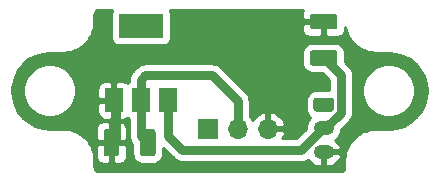
<source format=gtl>
G04 #@! TF.GenerationSoftware,KiCad,Pcbnew,(5.1.10)-1*
G04 #@! TF.CreationDate,2022-09-19T19:11:14+01:00*
G04 #@! TF.ProjectId,12v_servo_driver,3132765f-7365-4727-966f-5f6472697665,rev?*
G04 #@! TF.SameCoordinates,Original*
G04 #@! TF.FileFunction,Copper,L1,Top*
G04 #@! TF.FilePolarity,Positive*
%FSLAX46Y46*%
G04 Gerber Fmt 4.6, Leading zero omitted, Abs format (unit mm)*
G04 Created by KiCad (PCBNEW (5.1.10)-1) date 2022-09-19 19:11:14*
%MOMM*%
%LPD*%
G01*
G04 APERTURE LIST*
G04 #@! TA.AperFunction,ComponentPad*
%ADD10R,1.700000X1.700000*%
G04 #@! TD*
G04 #@! TA.AperFunction,ComponentPad*
%ADD11O,1.700000X1.700000*%
G04 #@! TD*
G04 #@! TA.AperFunction,ComponentPad*
%ADD12O,1.750000X1.200000*%
G04 #@! TD*
G04 #@! TA.AperFunction,SMDPad,CuDef*
%ADD13R,3.800000X2.000000*%
G04 #@! TD*
G04 #@! TA.AperFunction,SMDPad,CuDef*
%ADD14R,1.500000X2.000000*%
G04 #@! TD*
G04 #@! TA.AperFunction,Conductor*
%ADD15C,0.750000*%
G04 #@! TD*
G04 #@! TA.AperFunction,Conductor*
%ADD16C,0.254000*%
G04 #@! TD*
G04 #@! TA.AperFunction,Conductor*
%ADD17C,0.100000*%
G04 #@! TD*
G04 APERTURE END LIST*
D10*
X151409400Y-114350800D03*
D11*
X153949400Y-114350800D03*
X156489400Y-114350800D03*
G04 #@! TA.AperFunction,SMDPad,CuDef*
G36*
G01*
X143918500Y-114594199D02*
X143918500Y-116444201D01*
G75*
G02*
X143668501Y-116694200I-249999J0D01*
G01*
X142843499Y-116694200D01*
G75*
G02*
X142593500Y-116444201I0J249999D01*
G01*
X142593500Y-114594199D01*
G75*
G02*
X142843499Y-114344200I249999J0D01*
G01*
X143668501Y-114344200D01*
G75*
G02*
X143918500Y-114594199I0J-249999D01*
G01*
G37*
G04 #@! TD.AperFunction*
G04 #@! TA.AperFunction,SMDPad,CuDef*
G36*
G01*
X146993500Y-114594199D02*
X146993500Y-116444201D01*
G75*
G02*
X146743501Y-116694200I-249999J0D01*
G01*
X145918499Y-116694200D01*
G75*
G02*
X145668500Y-116444201I0J249999D01*
G01*
X145668500Y-114594199D01*
G75*
G02*
X145918499Y-114344200I249999J0D01*
G01*
X146743501Y-114344200D01*
G75*
G02*
X146993500Y-114594199I0J-249999D01*
G01*
G37*
G04 #@! TD.AperFunction*
G04 #@! TA.AperFunction,SMDPad,CuDef*
G36*
G01*
X162151501Y-109007000D02*
X160301499Y-109007000D01*
G75*
G02*
X160051500Y-108757001I0J249999D01*
G01*
X160051500Y-107931999D01*
G75*
G02*
X160301499Y-107682000I249999J0D01*
G01*
X162151501Y-107682000D01*
G75*
G02*
X162401500Y-107931999I0J-249999D01*
G01*
X162401500Y-108757001D01*
G75*
G02*
X162151501Y-109007000I-249999J0D01*
G01*
G37*
G04 #@! TD.AperFunction*
G04 #@! TA.AperFunction,SMDPad,CuDef*
G36*
G01*
X162151501Y-105932000D02*
X160301499Y-105932000D01*
G75*
G02*
X160051500Y-105682001I0J249999D01*
G01*
X160051500Y-104856999D01*
G75*
G02*
X160301499Y-104607000I249999J0D01*
G01*
X162151501Y-104607000D01*
G75*
G02*
X162401500Y-104856999I0J-249999D01*
G01*
X162401500Y-105682001D01*
G75*
G02*
X162151501Y-105932000I-249999J0D01*
G01*
G37*
G04 #@! TD.AperFunction*
G04 #@! TA.AperFunction,ComponentPad*
G36*
G01*
X160601499Y-111706100D02*
X161851501Y-111706100D01*
G75*
G02*
X162101500Y-111956099I0J-249999D01*
G01*
X162101500Y-112656101D01*
G75*
G02*
X161851501Y-112906100I-249999J0D01*
G01*
X160601499Y-112906100D01*
G75*
G02*
X160351500Y-112656101I0J249999D01*
G01*
X160351500Y-111956099D01*
G75*
G02*
X160601499Y-111706100I249999J0D01*
G01*
G37*
G04 #@! TD.AperFunction*
D12*
X161226500Y-114306100D03*
X161226500Y-116306100D03*
D13*
X145757900Y-105638600D03*
D14*
X145757900Y-111938600D03*
X148057900Y-111938600D03*
X143457900Y-111938600D03*
D15*
X162676510Y-109794510D02*
X161226500Y-108344500D01*
X161368244Y-114306100D02*
X162676510Y-112997834D01*
X162676510Y-112997834D02*
X162676510Y-109794510D01*
X161226500Y-114306100D02*
X161368244Y-114306100D01*
X148057900Y-114949000D02*
X148057900Y-111938600D01*
X149275800Y-116166900D02*
X148057900Y-114949000D01*
X159346900Y-116166900D02*
X149275800Y-116166900D01*
X161207700Y-114306100D02*
X159346900Y-116166900D01*
X161226500Y-114306100D02*
X161207700Y-114306100D01*
X143256000Y-115519200D02*
X143637000Y-115138200D01*
X143637000Y-112117700D02*
X143457900Y-111938600D01*
X143637000Y-115138200D02*
X143637000Y-112117700D01*
X146331000Y-115519200D02*
X145757900Y-114946100D01*
X145757900Y-114946100D02*
X145757900Y-111938600D01*
X145757900Y-110188600D02*
X145757900Y-111938600D01*
X146129600Y-109816900D02*
X145757900Y-110188600D01*
X151777700Y-109816900D02*
X146129600Y-109816900D01*
X153949400Y-111988600D02*
X151777700Y-109816900D01*
X153949400Y-114350800D02*
X153949400Y-111988600D01*
D16*
X143268398Y-104394420D02*
X143232088Y-104514118D01*
X143219828Y-104638600D01*
X143219828Y-106638600D01*
X143232088Y-106763082D01*
X143268398Y-106882780D01*
X143327363Y-106993094D01*
X143406715Y-107089785D01*
X143503406Y-107169137D01*
X143613720Y-107228102D01*
X143733418Y-107264412D01*
X143857900Y-107276672D01*
X147657900Y-107276672D01*
X147782382Y-107264412D01*
X147902080Y-107228102D01*
X148012394Y-107169137D01*
X148109085Y-107089785D01*
X148188437Y-106993094D01*
X148247402Y-106882780D01*
X148283712Y-106763082D01*
X148295972Y-106638600D01*
X148295972Y-105932000D01*
X159413428Y-105932000D01*
X159425688Y-106056482D01*
X159461998Y-106176180D01*
X159520963Y-106286494D01*
X159600315Y-106383185D01*
X159697006Y-106462537D01*
X159807320Y-106521502D01*
X159927018Y-106557812D01*
X160051500Y-106570072D01*
X160940750Y-106567000D01*
X161099500Y-106408250D01*
X161099500Y-105396500D01*
X159575250Y-105396500D01*
X159416500Y-105555250D01*
X159413428Y-105932000D01*
X148295972Y-105932000D01*
X148295972Y-104638600D01*
X148283712Y-104514118D01*
X148247402Y-104394420D01*
X148199445Y-104304700D01*
X159493064Y-104304700D01*
X159461998Y-104362820D01*
X159425688Y-104482518D01*
X159413428Y-104607000D01*
X159416500Y-104983750D01*
X159575250Y-105142500D01*
X161099500Y-105142500D01*
X161099500Y-105122500D01*
X161353500Y-105122500D01*
X161353500Y-105142500D01*
X161373500Y-105142500D01*
X161373500Y-105396500D01*
X161353500Y-105396500D01*
X161353500Y-106408250D01*
X161512250Y-106567000D01*
X162401500Y-106570072D01*
X162525982Y-106557812D01*
X162645680Y-106521502D01*
X162755994Y-106462537D01*
X162852685Y-106383185D01*
X162932037Y-106286494D01*
X162991002Y-106176180D01*
X163027312Y-106056482D01*
X163039572Y-105932000D01*
X163038201Y-105763822D01*
X163047855Y-105814435D01*
X163050519Y-105823257D01*
X163167790Y-106202099D01*
X163190974Y-106257250D01*
X163213380Y-106312708D01*
X163217706Y-106320845D01*
X163406328Y-106669693D01*
X163439783Y-106719292D01*
X163472532Y-106769338D01*
X163478355Y-106776477D01*
X163478358Y-106776481D01*
X163478362Y-106776485D01*
X163731144Y-107082047D01*
X163773561Y-107124169D01*
X163815443Y-107166938D01*
X163822544Y-107172811D01*
X164129869Y-107423460D01*
X164179678Y-107456552D01*
X164229050Y-107490359D01*
X164237156Y-107494741D01*
X164587313Y-107680923D01*
X164642605Y-107703712D01*
X164697601Y-107727284D01*
X164706405Y-107730009D01*
X165086056Y-107844632D01*
X165144750Y-107856254D01*
X165203247Y-107868688D01*
X165212411Y-107869651D01*
X165607096Y-107908350D01*
X165607098Y-107908350D01*
X165639081Y-107911500D01*
X166718721Y-107911500D01*
X167374556Y-107975805D01*
X167974365Y-108156898D01*
X168527569Y-108451042D01*
X169013112Y-108847041D01*
X169412489Y-109329805D01*
X169710489Y-109880944D01*
X169895766Y-110479476D01*
X169961257Y-111102584D01*
X169904471Y-111726559D01*
X169727571Y-112327614D01*
X169437295Y-112882860D01*
X169044695Y-113371155D01*
X168564734Y-113773891D01*
X168015686Y-114075732D01*
X167418466Y-114265182D01*
X166765885Y-114338380D01*
X166748676Y-114338500D01*
X165639081Y-114338500D01*
X165610103Y-114341354D01*
X165597497Y-114341266D01*
X165588326Y-114342166D01*
X165193922Y-114383618D01*
X165135329Y-114395645D01*
X165076565Y-114406855D01*
X165067743Y-114409519D01*
X164688901Y-114526790D01*
X164633750Y-114549974D01*
X164578292Y-114572380D01*
X164570155Y-114576706D01*
X164221307Y-114765328D01*
X164171708Y-114798783D01*
X164121662Y-114831532D01*
X164114521Y-114837356D01*
X163808953Y-115090144D01*
X163766815Y-115132577D01*
X163724062Y-115174443D01*
X163718194Y-115181538D01*
X163718189Y-115181543D01*
X163718185Y-115181548D01*
X163467541Y-115488869D01*
X163434459Y-115538662D01*
X163400641Y-115588051D01*
X163396259Y-115596157D01*
X163210077Y-115946313D01*
X163187276Y-116001633D01*
X163163716Y-116056601D01*
X163160991Y-116065405D01*
X163046368Y-116445056D01*
X163034749Y-116503736D01*
X163022312Y-116562246D01*
X163021349Y-116571411D01*
X162982650Y-116966095D01*
X162979500Y-116998081D01*
X162979500Y-117582421D01*
X162970099Y-117678299D01*
X162951627Y-117739478D01*
X162921627Y-117795901D01*
X162881241Y-117845419D01*
X162831998Y-117886157D01*
X162775784Y-117916551D01*
X162714740Y-117935447D01*
X162621001Y-117945300D01*
X142183379Y-117945300D01*
X142087501Y-117935899D01*
X142026322Y-117917427D01*
X141969899Y-117887427D01*
X141920381Y-117847041D01*
X141879643Y-117797798D01*
X141849249Y-117741584D01*
X141830353Y-117680540D01*
X141820500Y-117586801D01*
X141820500Y-116998081D01*
X141817646Y-116969103D01*
X141817734Y-116956497D01*
X141816834Y-116947326D01*
X141790231Y-116694200D01*
X141955428Y-116694200D01*
X141967688Y-116818682D01*
X142003998Y-116938380D01*
X142062963Y-117048694D01*
X142142315Y-117145385D01*
X142239006Y-117224737D01*
X142349320Y-117283702D01*
X142469018Y-117320012D01*
X142593500Y-117332272D01*
X142970250Y-117329200D01*
X143129000Y-117170450D01*
X143129000Y-115646200D01*
X143383000Y-115646200D01*
X143383000Y-117170450D01*
X143541750Y-117329200D01*
X143918500Y-117332272D01*
X144042982Y-117320012D01*
X144162680Y-117283702D01*
X144272994Y-117224737D01*
X144369685Y-117145385D01*
X144449037Y-117048694D01*
X144508002Y-116938380D01*
X144544312Y-116818682D01*
X144556572Y-116694200D01*
X144553500Y-115804950D01*
X144394750Y-115646200D01*
X143383000Y-115646200D01*
X143129000Y-115646200D01*
X142117250Y-115646200D01*
X141958500Y-115804950D01*
X141955428Y-116694200D01*
X141790231Y-116694200D01*
X141775382Y-116552922D01*
X141763355Y-116494329D01*
X141752145Y-116435565D01*
X141749481Y-116426743D01*
X141632210Y-116047901D01*
X141609026Y-115992750D01*
X141586620Y-115937292D01*
X141582294Y-115929155D01*
X141393672Y-115580307D01*
X141360217Y-115530708D01*
X141327468Y-115480662D01*
X141321644Y-115473521D01*
X141068856Y-115167953D01*
X141026423Y-115125815D01*
X140984557Y-115083062D01*
X140977462Y-115077194D01*
X140977457Y-115077189D01*
X140977452Y-115077185D01*
X140670131Y-114826541D01*
X140620338Y-114793459D01*
X140570949Y-114759641D01*
X140562843Y-114755259D01*
X140212687Y-114569077D01*
X140157367Y-114546276D01*
X140102399Y-114522716D01*
X140093599Y-114519992D01*
X140093593Y-114519990D01*
X139713944Y-114405368D01*
X139655264Y-114393749D01*
X139596754Y-114381312D01*
X139587589Y-114380349D01*
X139218912Y-114344200D01*
X141955428Y-114344200D01*
X141958500Y-115233450D01*
X142117250Y-115392200D01*
X143129000Y-115392200D01*
X143129000Y-113867950D01*
X143383000Y-113867950D01*
X143383000Y-115392200D01*
X144394750Y-115392200D01*
X144553500Y-115233450D01*
X144556572Y-114344200D01*
X144544312Y-114219718D01*
X144508002Y-114100020D01*
X144449037Y-113989706D01*
X144369685Y-113893015D01*
X144272994Y-113813663D01*
X144162680Y-113754698D01*
X144042982Y-113718388D01*
X143918500Y-113706128D01*
X143541750Y-113709200D01*
X143383000Y-113867950D01*
X143129000Y-113867950D01*
X142970250Y-113709200D01*
X142593500Y-113706128D01*
X142469018Y-113718388D01*
X142349320Y-113754698D01*
X142239006Y-113813663D01*
X142142315Y-113893015D01*
X142062963Y-113989706D01*
X142003998Y-114100020D01*
X141967688Y-114219718D01*
X141955428Y-114344200D01*
X139218912Y-114344200D01*
X139192905Y-114341650D01*
X139192902Y-114341650D01*
X139160919Y-114338500D01*
X138081279Y-114338500D01*
X137425443Y-114274195D01*
X136825636Y-114093102D01*
X136272429Y-113798956D01*
X135786888Y-113402959D01*
X135387511Y-112920195D01*
X135089512Y-112369057D01*
X134904234Y-111770524D01*
X134838743Y-111147416D01*
X134860816Y-110904872D01*
X135814000Y-110904872D01*
X135814000Y-111345128D01*
X135899890Y-111776925D01*
X136068369Y-112183669D01*
X136312962Y-112549729D01*
X136624271Y-112861038D01*
X136990331Y-113105631D01*
X137397075Y-113274110D01*
X137828872Y-113360000D01*
X138269128Y-113360000D01*
X138700925Y-113274110D01*
X139107669Y-113105631D01*
X139357649Y-112938600D01*
X142069828Y-112938600D01*
X142082088Y-113063082D01*
X142118398Y-113182780D01*
X142177363Y-113293094D01*
X142256715Y-113389785D01*
X142353406Y-113469137D01*
X142463720Y-113528102D01*
X142583418Y-113564412D01*
X142707900Y-113576672D01*
X143172150Y-113573600D01*
X143330900Y-113414850D01*
X143330900Y-112065600D01*
X142231650Y-112065600D01*
X142072900Y-112224350D01*
X142069828Y-112938600D01*
X139357649Y-112938600D01*
X139473729Y-112861038D01*
X139785038Y-112549729D01*
X140029631Y-112183669D01*
X140198110Y-111776925D01*
X140284000Y-111345128D01*
X140284000Y-110938600D01*
X142069828Y-110938600D01*
X142072900Y-111652850D01*
X142231650Y-111811600D01*
X143330900Y-111811600D01*
X143330900Y-110462350D01*
X143584900Y-110462350D01*
X143584900Y-111811600D01*
X143604900Y-111811600D01*
X143604900Y-112065600D01*
X143584900Y-112065600D01*
X143584900Y-113414850D01*
X143743650Y-113573600D01*
X144207900Y-113576672D01*
X144332382Y-113564412D01*
X144452080Y-113528102D01*
X144562394Y-113469137D01*
X144607900Y-113431791D01*
X144653406Y-113469137D01*
X144747900Y-113519646D01*
X144747900Y-114896492D01*
X144743014Y-114946100D01*
X144762515Y-115144094D01*
X144804195Y-115281493D01*
X144820268Y-115334479D01*
X144914053Y-115509940D01*
X145030428Y-115651744D01*
X145030428Y-116444201D01*
X145047492Y-116617455D01*
X145098028Y-116784051D01*
X145180095Y-116937587D01*
X145290538Y-117072162D01*
X145425113Y-117182605D01*
X145578649Y-117264672D01*
X145745245Y-117315208D01*
X145918499Y-117332272D01*
X146743501Y-117332272D01*
X146916755Y-117315208D01*
X147083351Y-117264672D01*
X147236887Y-117182605D01*
X147371462Y-117072162D01*
X147481905Y-116937587D01*
X147563972Y-116784051D01*
X147614508Y-116617455D01*
X147631572Y-116444201D01*
X147631572Y-115951027D01*
X148526543Y-116845999D01*
X148558167Y-116884533D01*
X148711960Y-117010747D01*
X148869409Y-117094905D01*
X148887420Y-117104532D01*
X149077805Y-117162285D01*
X149275800Y-117181786D01*
X149325408Y-117176900D01*
X159297292Y-117176900D01*
X159346900Y-117181786D01*
X159426348Y-117173961D01*
X159544894Y-117162285D01*
X159735280Y-117104532D01*
X159910740Y-117010747D01*
X159927263Y-116997187D01*
X159988422Y-117089574D01*
X160159775Y-117262407D01*
X160361554Y-117398490D01*
X160586004Y-117492593D01*
X160824500Y-117541100D01*
X161099500Y-117541100D01*
X161099500Y-116433100D01*
X161353500Y-116433100D01*
X161353500Y-117541100D01*
X161628500Y-117541100D01*
X161866996Y-117492593D01*
X162091446Y-117398490D01*
X162293225Y-117262407D01*
X162464578Y-117089574D01*
X162598921Y-116886633D01*
X162691091Y-116661382D01*
X162694962Y-116623709D01*
X162570231Y-116433100D01*
X161353500Y-116433100D01*
X161099500Y-116433100D01*
X161079500Y-116433100D01*
X161079500Y-116179100D01*
X161099500Y-116179100D01*
X161099500Y-116159100D01*
X161353500Y-116159100D01*
X161353500Y-116179100D01*
X162570231Y-116179100D01*
X162694962Y-115988491D01*
X162691091Y-115950818D01*
X162598921Y-115725567D01*
X162464578Y-115522626D01*
X162293225Y-115349793D01*
X162229152Y-115306581D01*
X162379002Y-115183602D01*
X162533333Y-114995549D01*
X162648011Y-114781001D01*
X162718630Y-114548202D01*
X162736562Y-114366138D01*
X163355609Y-113747091D01*
X163394143Y-113715467D01*
X163520357Y-113561674D01*
X163614142Y-113386214D01*
X163633111Y-113323682D01*
X163671895Y-113195829D01*
X163691396Y-112997834D01*
X163686510Y-112948226D01*
X163686510Y-110904872D01*
X164516000Y-110904872D01*
X164516000Y-111345128D01*
X164601890Y-111776925D01*
X164770369Y-112183669D01*
X165014962Y-112549729D01*
X165326271Y-112861038D01*
X165692331Y-113105631D01*
X166099075Y-113274110D01*
X166530872Y-113360000D01*
X166971128Y-113360000D01*
X167402925Y-113274110D01*
X167809669Y-113105631D01*
X168175729Y-112861038D01*
X168487038Y-112549729D01*
X168731631Y-112183669D01*
X168900110Y-111776925D01*
X168986000Y-111345128D01*
X168986000Y-110904872D01*
X168900110Y-110473075D01*
X168731631Y-110066331D01*
X168487038Y-109700271D01*
X168175729Y-109388962D01*
X167809669Y-109144369D01*
X167402925Y-108975890D01*
X166971128Y-108890000D01*
X166530872Y-108890000D01*
X166099075Y-108975890D01*
X165692331Y-109144369D01*
X165326271Y-109388962D01*
X165014962Y-109700271D01*
X164770369Y-110066331D01*
X164601890Y-110473075D01*
X164516000Y-110904872D01*
X163686510Y-110904872D01*
X163686510Y-109844118D01*
X163691396Y-109794510D01*
X163671895Y-109596515D01*
X163614142Y-109406130D01*
X163520357Y-109230670D01*
X163394143Y-109076877D01*
X163355609Y-109045253D01*
X163039572Y-108729216D01*
X163039572Y-107931999D01*
X163022508Y-107758745D01*
X162971972Y-107592149D01*
X162889905Y-107438613D01*
X162779462Y-107304038D01*
X162644887Y-107193595D01*
X162491351Y-107111528D01*
X162324755Y-107060992D01*
X162151501Y-107043928D01*
X160301499Y-107043928D01*
X160128245Y-107060992D01*
X159961649Y-107111528D01*
X159808113Y-107193595D01*
X159673538Y-107304038D01*
X159563095Y-107438613D01*
X159481028Y-107592149D01*
X159430492Y-107758745D01*
X159413428Y-107931999D01*
X159413428Y-108757001D01*
X159430492Y-108930255D01*
X159481028Y-109096851D01*
X159563095Y-109250387D01*
X159673538Y-109384962D01*
X159808113Y-109495405D01*
X159961649Y-109577472D01*
X160128245Y-109628008D01*
X160301499Y-109645072D01*
X161098717Y-109645072D01*
X161666511Y-110212867D01*
X161666511Y-111068028D01*
X160601499Y-111068028D01*
X160428245Y-111085092D01*
X160261649Y-111135628D01*
X160108113Y-111217695D01*
X159973538Y-111328138D01*
X159863095Y-111462713D01*
X159781028Y-111616249D01*
X159730492Y-111782845D01*
X159713428Y-111956099D01*
X159713428Y-112656101D01*
X159730492Y-112829355D01*
X159781028Y-112995951D01*
X159863095Y-113149487D01*
X159973538Y-113284062D01*
X160108113Y-113394505D01*
X160112611Y-113396909D01*
X160073998Y-113428598D01*
X159919667Y-113616651D01*
X159804989Y-113831199D01*
X159734370Y-114063998D01*
X159710525Y-114306100D01*
X159716695Y-114368749D01*
X158928545Y-115156900D01*
X157729405Y-115156900D01*
X157833557Y-114982052D01*
X157930881Y-114707691D01*
X157810214Y-114477800D01*
X156616400Y-114477800D01*
X156616400Y-114497800D01*
X156362400Y-114497800D01*
X156362400Y-114477800D01*
X156342400Y-114477800D01*
X156342400Y-114223800D01*
X156362400Y-114223800D01*
X156362400Y-113030645D01*
X156616400Y-113030645D01*
X156616400Y-114223800D01*
X157810214Y-114223800D01*
X157930881Y-113993909D01*
X157833557Y-113719548D01*
X157684578Y-113469445D01*
X157489669Y-113253212D01*
X157256320Y-113079159D01*
X156993499Y-112953975D01*
X156846290Y-112909324D01*
X156616400Y-113030645D01*
X156362400Y-113030645D01*
X156132510Y-112909324D01*
X155985301Y-112953975D01*
X155722480Y-113079159D01*
X155489131Y-113253212D01*
X155294222Y-113469445D01*
X155224595Y-113586334D01*
X155102875Y-113404168D01*
X154959400Y-113260693D01*
X154959400Y-112038208D01*
X154964286Y-111988600D01*
X154944785Y-111790605D01*
X154887032Y-111600220D01*
X154872345Y-111572742D01*
X154793247Y-111424760D01*
X154667033Y-111270967D01*
X154628500Y-111239344D01*
X152526961Y-109137806D01*
X152495333Y-109099267D01*
X152341540Y-108973053D01*
X152166080Y-108879268D01*
X151975694Y-108821515D01*
X151827308Y-108806900D01*
X151777700Y-108802014D01*
X151728092Y-108806900D01*
X146179204Y-108806900D01*
X146129599Y-108802014D01*
X146079994Y-108806900D01*
X146079992Y-108806900D01*
X145931606Y-108821515D01*
X145741220Y-108879268D01*
X145565760Y-108973053D01*
X145411967Y-109099267D01*
X145380335Y-109137811D01*
X145078807Y-109439338D01*
X145040267Y-109470967D01*
X144914053Y-109624760D01*
X144837839Y-109767348D01*
X144820268Y-109800221D01*
X144762515Y-109990606D01*
X144743014Y-110188600D01*
X144747900Y-110238208D01*
X144747900Y-110357554D01*
X144653406Y-110408063D01*
X144607900Y-110445409D01*
X144562394Y-110408063D01*
X144452080Y-110349098D01*
X144332382Y-110312788D01*
X144207900Y-110300528D01*
X143743650Y-110303600D01*
X143584900Y-110462350D01*
X143330900Y-110462350D01*
X143172150Y-110303600D01*
X142707900Y-110300528D01*
X142583418Y-110312788D01*
X142463720Y-110349098D01*
X142353406Y-110408063D01*
X142256715Y-110487415D01*
X142177363Y-110584106D01*
X142118398Y-110694420D01*
X142082088Y-110814118D01*
X142069828Y-110938600D01*
X140284000Y-110938600D01*
X140284000Y-110904872D01*
X140198110Y-110473075D01*
X140029631Y-110066331D01*
X139785038Y-109700271D01*
X139473729Y-109388962D01*
X139107669Y-109144369D01*
X138700925Y-108975890D01*
X138269128Y-108890000D01*
X137828872Y-108890000D01*
X137397075Y-108975890D01*
X136990331Y-109144369D01*
X136624271Y-109388962D01*
X136312962Y-109700271D01*
X136068369Y-110066331D01*
X135899890Y-110473075D01*
X135814000Y-110904872D01*
X134860816Y-110904872D01*
X134895529Y-110523439D01*
X135072428Y-109922388D01*
X135362705Y-109367140D01*
X135755305Y-108878845D01*
X136235269Y-108476108D01*
X136784312Y-108174268D01*
X137381534Y-107984818D01*
X138034115Y-107911620D01*
X138051323Y-107911500D01*
X139160919Y-107911500D01*
X139189897Y-107908646D01*
X139202503Y-107908734D01*
X139211674Y-107907835D01*
X139606077Y-107866382D01*
X139664683Y-107854352D01*
X139723435Y-107843145D01*
X139732257Y-107840481D01*
X140111099Y-107723210D01*
X140166250Y-107700026D01*
X140221708Y-107677620D01*
X140229845Y-107673294D01*
X140578693Y-107484672D01*
X140628292Y-107451217D01*
X140678338Y-107418468D01*
X140685477Y-107412645D01*
X140685481Y-107412642D01*
X140685485Y-107412638D01*
X140991047Y-107159856D01*
X141033169Y-107117439D01*
X141075938Y-107075557D01*
X141081811Y-107068456D01*
X141332460Y-106761131D01*
X141365552Y-106711322D01*
X141399359Y-106661950D01*
X141403741Y-106653844D01*
X141589923Y-106303687D01*
X141612712Y-106248395D01*
X141636284Y-106193399D01*
X141639009Y-106184595D01*
X141753632Y-105804944D01*
X141765254Y-105746250D01*
X141777688Y-105687753D01*
X141778651Y-105678589D01*
X141817350Y-105283904D01*
X141817350Y-105283902D01*
X141820500Y-105251919D01*
X141820500Y-104667579D01*
X141829901Y-104571704D01*
X141848372Y-104510524D01*
X141878375Y-104454095D01*
X141918758Y-104404582D01*
X141968001Y-104363844D01*
X142024216Y-104333449D01*
X142085261Y-104314553D01*
X142178999Y-104304700D01*
X143316355Y-104304700D01*
X143268398Y-104394420D01*
G04 #@! TA.AperFunction,Conductor*
D17*
G36*
X143268398Y-104394420D02*
G01*
X143232088Y-104514118D01*
X143219828Y-104638600D01*
X143219828Y-106638600D01*
X143232088Y-106763082D01*
X143268398Y-106882780D01*
X143327363Y-106993094D01*
X143406715Y-107089785D01*
X143503406Y-107169137D01*
X143613720Y-107228102D01*
X143733418Y-107264412D01*
X143857900Y-107276672D01*
X147657900Y-107276672D01*
X147782382Y-107264412D01*
X147902080Y-107228102D01*
X148012394Y-107169137D01*
X148109085Y-107089785D01*
X148188437Y-106993094D01*
X148247402Y-106882780D01*
X148283712Y-106763082D01*
X148295972Y-106638600D01*
X148295972Y-105932000D01*
X159413428Y-105932000D01*
X159425688Y-106056482D01*
X159461998Y-106176180D01*
X159520963Y-106286494D01*
X159600315Y-106383185D01*
X159697006Y-106462537D01*
X159807320Y-106521502D01*
X159927018Y-106557812D01*
X160051500Y-106570072D01*
X160940750Y-106567000D01*
X161099500Y-106408250D01*
X161099500Y-105396500D01*
X159575250Y-105396500D01*
X159416500Y-105555250D01*
X159413428Y-105932000D01*
X148295972Y-105932000D01*
X148295972Y-104638600D01*
X148283712Y-104514118D01*
X148247402Y-104394420D01*
X148199445Y-104304700D01*
X159493064Y-104304700D01*
X159461998Y-104362820D01*
X159425688Y-104482518D01*
X159413428Y-104607000D01*
X159416500Y-104983750D01*
X159575250Y-105142500D01*
X161099500Y-105142500D01*
X161099500Y-105122500D01*
X161353500Y-105122500D01*
X161353500Y-105142500D01*
X161373500Y-105142500D01*
X161373500Y-105396500D01*
X161353500Y-105396500D01*
X161353500Y-106408250D01*
X161512250Y-106567000D01*
X162401500Y-106570072D01*
X162525982Y-106557812D01*
X162645680Y-106521502D01*
X162755994Y-106462537D01*
X162852685Y-106383185D01*
X162932037Y-106286494D01*
X162991002Y-106176180D01*
X163027312Y-106056482D01*
X163039572Y-105932000D01*
X163038201Y-105763822D01*
X163047855Y-105814435D01*
X163050519Y-105823257D01*
X163167790Y-106202099D01*
X163190974Y-106257250D01*
X163213380Y-106312708D01*
X163217706Y-106320845D01*
X163406328Y-106669693D01*
X163439783Y-106719292D01*
X163472532Y-106769338D01*
X163478355Y-106776477D01*
X163478358Y-106776481D01*
X163478362Y-106776485D01*
X163731144Y-107082047D01*
X163773561Y-107124169D01*
X163815443Y-107166938D01*
X163822544Y-107172811D01*
X164129869Y-107423460D01*
X164179678Y-107456552D01*
X164229050Y-107490359D01*
X164237156Y-107494741D01*
X164587313Y-107680923D01*
X164642605Y-107703712D01*
X164697601Y-107727284D01*
X164706405Y-107730009D01*
X165086056Y-107844632D01*
X165144750Y-107856254D01*
X165203247Y-107868688D01*
X165212411Y-107869651D01*
X165607096Y-107908350D01*
X165607098Y-107908350D01*
X165639081Y-107911500D01*
X166718721Y-107911500D01*
X167374556Y-107975805D01*
X167974365Y-108156898D01*
X168527569Y-108451042D01*
X169013112Y-108847041D01*
X169412489Y-109329805D01*
X169710489Y-109880944D01*
X169895766Y-110479476D01*
X169961257Y-111102584D01*
X169904471Y-111726559D01*
X169727571Y-112327614D01*
X169437295Y-112882860D01*
X169044695Y-113371155D01*
X168564734Y-113773891D01*
X168015686Y-114075732D01*
X167418466Y-114265182D01*
X166765885Y-114338380D01*
X166748676Y-114338500D01*
X165639081Y-114338500D01*
X165610103Y-114341354D01*
X165597497Y-114341266D01*
X165588326Y-114342166D01*
X165193922Y-114383618D01*
X165135329Y-114395645D01*
X165076565Y-114406855D01*
X165067743Y-114409519D01*
X164688901Y-114526790D01*
X164633750Y-114549974D01*
X164578292Y-114572380D01*
X164570155Y-114576706D01*
X164221307Y-114765328D01*
X164171708Y-114798783D01*
X164121662Y-114831532D01*
X164114521Y-114837356D01*
X163808953Y-115090144D01*
X163766815Y-115132577D01*
X163724062Y-115174443D01*
X163718194Y-115181538D01*
X163718189Y-115181543D01*
X163718185Y-115181548D01*
X163467541Y-115488869D01*
X163434459Y-115538662D01*
X163400641Y-115588051D01*
X163396259Y-115596157D01*
X163210077Y-115946313D01*
X163187276Y-116001633D01*
X163163716Y-116056601D01*
X163160991Y-116065405D01*
X163046368Y-116445056D01*
X163034749Y-116503736D01*
X163022312Y-116562246D01*
X163021349Y-116571411D01*
X162982650Y-116966095D01*
X162979500Y-116998081D01*
X162979500Y-117582421D01*
X162970099Y-117678299D01*
X162951627Y-117739478D01*
X162921627Y-117795901D01*
X162881241Y-117845419D01*
X162831998Y-117886157D01*
X162775784Y-117916551D01*
X162714740Y-117935447D01*
X162621001Y-117945300D01*
X142183379Y-117945300D01*
X142087501Y-117935899D01*
X142026322Y-117917427D01*
X141969899Y-117887427D01*
X141920381Y-117847041D01*
X141879643Y-117797798D01*
X141849249Y-117741584D01*
X141830353Y-117680540D01*
X141820500Y-117586801D01*
X141820500Y-116998081D01*
X141817646Y-116969103D01*
X141817734Y-116956497D01*
X141816834Y-116947326D01*
X141790231Y-116694200D01*
X141955428Y-116694200D01*
X141967688Y-116818682D01*
X142003998Y-116938380D01*
X142062963Y-117048694D01*
X142142315Y-117145385D01*
X142239006Y-117224737D01*
X142349320Y-117283702D01*
X142469018Y-117320012D01*
X142593500Y-117332272D01*
X142970250Y-117329200D01*
X143129000Y-117170450D01*
X143129000Y-115646200D01*
X143383000Y-115646200D01*
X143383000Y-117170450D01*
X143541750Y-117329200D01*
X143918500Y-117332272D01*
X144042982Y-117320012D01*
X144162680Y-117283702D01*
X144272994Y-117224737D01*
X144369685Y-117145385D01*
X144449037Y-117048694D01*
X144508002Y-116938380D01*
X144544312Y-116818682D01*
X144556572Y-116694200D01*
X144553500Y-115804950D01*
X144394750Y-115646200D01*
X143383000Y-115646200D01*
X143129000Y-115646200D01*
X142117250Y-115646200D01*
X141958500Y-115804950D01*
X141955428Y-116694200D01*
X141790231Y-116694200D01*
X141775382Y-116552922D01*
X141763355Y-116494329D01*
X141752145Y-116435565D01*
X141749481Y-116426743D01*
X141632210Y-116047901D01*
X141609026Y-115992750D01*
X141586620Y-115937292D01*
X141582294Y-115929155D01*
X141393672Y-115580307D01*
X141360217Y-115530708D01*
X141327468Y-115480662D01*
X141321644Y-115473521D01*
X141068856Y-115167953D01*
X141026423Y-115125815D01*
X140984557Y-115083062D01*
X140977462Y-115077194D01*
X140977457Y-115077189D01*
X140977452Y-115077185D01*
X140670131Y-114826541D01*
X140620338Y-114793459D01*
X140570949Y-114759641D01*
X140562843Y-114755259D01*
X140212687Y-114569077D01*
X140157367Y-114546276D01*
X140102399Y-114522716D01*
X140093599Y-114519992D01*
X140093593Y-114519990D01*
X139713944Y-114405368D01*
X139655264Y-114393749D01*
X139596754Y-114381312D01*
X139587589Y-114380349D01*
X139218912Y-114344200D01*
X141955428Y-114344200D01*
X141958500Y-115233450D01*
X142117250Y-115392200D01*
X143129000Y-115392200D01*
X143129000Y-113867950D01*
X143383000Y-113867950D01*
X143383000Y-115392200D01*
X144394750Y-115392200D01*
X144553500Y-115233450D01*
X144556572Y-114344200D01*
X144544312Y-114219718D01*
X144508002Y-114100020D01*
X144449037Y-113989706D01*
X144369685Y-113893015D01*
X144272994Y-113813663D01*
X144162680Y-113754698D01*
X144042982Y-113718388D01*
X143918500Y-113706128D01*
X143541750Y-113709200D01*
X143383000Y-113867950D01*
X143129000Y-113867950D01*
X142970250Y-113709200D01*
X142593500Y-113706128D01*
X142469018Y-113718388D01*
X142349320Y-113754698D01*
X142239006Y-113813663D01*
X142142315Y-113893015D01*
X142062963Y-113989706D01*
X142003998Y-114100020D01*
X141967688Y-114219718D01*
X141955428Y-114344200D01*
X139218912Y-114344200D01*
X139192905Y-114341650D01*
X139192902Y-114341650D01*
X139160919Y-114338500D01*
X138081279Y-114338500D01*
X137425443Y-114274195D01*
X136825636Y-114093102D01*
X136272429Y-113798956D01*
X135786888Y-113402959D01*
X135387511Y-112920195D01*
X135089512Y-112369057D01*
X134904234Y-111770524D01*
X134838743Y-111147416D01*
X134860816Y-110904872D01*
X135814000Y-110904872D01*
X135814000Y-111345128D01*
X135899890Y-111776925D01*
X136068369Y-112183669D01*
X136312962Y-112549729D01*
X136624271Y-112861038D01*
X136990331Y-113105631D01*
X137397075Y-113274110D01*
X137828872Y-113360000D01*
X138269128Y-113360000D01*
X138700925Y-113274110D01*
X139107669Y-113105631D01*
X139357649Y-112938600D01*
X142069828Y-112938600D01*
X142082088Y-113063082D01*
X142118398Y-113182780D01*
X142177363Y-113293094D01*
X142256715Y-113389785D01*
X142353406Y-113469137D01*
X142463720Y-113528102D01*
X142583418Y-113564412D01*
X142707900Y-113576672D01*
X143172150Y-113573600D01*
X143330900Y-113414850D01*
X143330900Y-112065600D01*
X142231650Y-112065600D01*
X142072900Y-112224350D01*
X142069828Y-112938600D01*
X139357649Y-112938600D01*
X139473729Y-112861038D01*
X139785038Y-112549729D01*
X140029631Y-112183669D01*
X140198110Y-111776925D01*
X140284000Y-111345128D01*
X140284000Y-110938600D01*
X142069828Y-110938600D01*
X142072900Y-111652850D01*
X142231650Y-111811600D01*
X143330900Y-111811600D01*
X143330900Y-110462350D01*
X143584900Y-110462350D01*
X143584900Y-111811600D01*
X143604900Y-111811600D01*
X143604900Y-112065600D01*
X143584900Y-112065600D01*
X143584900Y-113414850D01*
X143743650Y-113573600D01*
X144207900Y-113576672D01*
X144332382Y-113564412D01*
X144452080Y-113528102D01*
X144562394Y-113469137D01*
X144607900Y-113431791D01*
X144653406Y-113469137D01*
X144747900Y-113519646D01*
X144747900Y-114896492D01*
X144743014Y-114946100D01*
X144762515Y-115144094D01*
X144804195Y-115281493D01*
X144820268Y-115334479D01*
X144914053Y-115509940D01*
X145030428Y-115651744D01*
X145030428Y-116444201D01*
X145047492Y-116617455D01*
X145098028Y-116784051D01*
X145180095Y-116937587D01*
X145290538Y-117072162D01*
X145425113Y-117182605D01*
X145578649Y-117264672D01*
X145745245Y-117315208D01*
X145918499Y-117332272D01*
X146743501Y-117332272D01*
X146916755Y-117315208D01*
X147083351Y-117264672D01*
X147236887Y-117182605D01*
X147371462Y-117072162D01*
X147481905Y-116937587D01*
X147563972Y-116784051D01*
X147614508Y-116617455D01*
X147631572Y-116444201D01*
X147631572Y-115951027D01*
X148526543Y-116845999D01*
X148558167Y-116884533D01*
X148711960Y-117010747D01*
X148869409Y-117094905D01*
X148887420Y-117104532D01*
X149077805Y-117162285D01*
X149275800Y-117181786D01*
X149325408Y-117176900D01*
X159297292Y-117176900D01*
X159346900Y-117181786D01*
X159426348Y-117173961D01*
X159544894Y-117162285D01*
X159735280Y-117104532D01*
X159910740Y-117010747D01*
X159927263Y-116997187D01*
X159988422Y-117089574D01*
X160159775Y-117262407D01*
X160361554Y-117398490D01*
X160586004Y-117492593D01*
X160824500Y-117541100D01*
X161099500Y-117541100D01*
X161099500Y-116433100D01*
X161353500Y-116433100D01*
X161353500Y-117541100D01*
X161628500Y-117541100D01*
X161866996Y-117492593D01*
X162091446Y-117398490D01*
X162293225Y-117262407D01*
X162464578Y-117089574D01*
X162598921Y-116886633D01*
X162691091Y-116661382D01*
X162694962Y-116623709D01*
X162570231Y-116433100D01*
X161353500Y-116433100D01*
X161099500Y-116433100D01*
X161079500Y-116433100D01*
X161079500Y-116179100D01*
X161099500Y-116179100D01*
X161099500Y-116159100D01*
X161353500Y-116159100D01*
X161353500Y-116179100D01*
X162570231Y-116179100D01*
X162694962Y-115988491D01*
X162691091Y-115950818D01*
X162598921Y-115725567D01*
X162464578Y-115522626D01*
X162293225Y-115349793D01*
X162229152Y-115306581D01*
X162379002Y-115183602D01*
X162533333Y-114995549D01*
X162648011Y-114781001D01*
X162718630Y-114548202D01*
X162736562Y-114366138D01*
X163355609Y-113747091D01*
X163394143Y-113715467D01*
X163520357Y-113561674D01*
X163614142Y-113386214D01*
X163633111Y-113323682D01*
X163671895Y-113195829D01*
X163691396Y-112997834D01*
X163686510Y-112948226D01*
X163686510Y-110904872D01*
X164516000Y-110904872D01*
X164516000Y-111345128D01*
X164601890Y-111776925D01*
X164770369Y-112183669D01*
X165014962Y-112549729D01*
X165326271Y-112861038D01*
X165692331Y-113105631D01*
X166099075Y-113274110D01*
X166530872Y-113360000D01*
X166971128Y-113360000D01*
X167402925Y-113274110D01*
X167809669Y-113105631D01*
X168175729Y-112861038D01*
X168487038Y-112549729D01*
X168731631Y-112183669D01*
X168900110Y-111776925D01*
X168986000Y-111345128D01*
X168986000Y-110904872D01*
X168900110Y-110473075D01*
X168731631Y-110066331D01*
X168487038Y-109700271D01*
X168175729Y-109388962D01*
X167809669Y-109144369D01*
X167402925Y-108975890D01*
X166971128Y-108890000D01*
X166530872Y-108890000D01*
X166099075Y-108975890D01*
X165692331Y-109144369D01*
X165326271Y-109388962D01*
X165014962Y-109700271D01*
X164770369Y-110066331D01*
X164601890Y-110473075D01*
X164516000Y-110904872D01*
X163686510Y-110904872D01*
X163686510Y-109844118D01*
X163691396Y-109794510D01*
X163671895Y-109596515D01*
X163614142Y-109406130D01*
X163520357Y-109230670D01*
X163394143Y-109076877D01*
X163355609Y-109045253D01*
X163039572Y-108729216D01*
X163039572Y-107931999D01*
X163022508Y-107758745D01*
X162971972Y-107592149D01*
X162889905Y-107438613D01*
X162779462Y-107304038D01*
X162644887Y-107193595D01*
X162491351Y-107111528D01*
X162324755Y-107060992D01*
X162151501Y-107043928D01*
X160301499Y-107043928D01*
X160128245Y-107060992D01*
X159961649Y-107111528D01*
X159808113Y-107193595D01*
X159673538Y-107304038D01*
X159563095Y-107438613D01*
X159481028Y-107592149D01*
X159430492Y-107758745D01*
X159413428Y-107931999D01*
X159413428Y-108757001D01*
X159430492Y-108930255D01*
X159481028Y-109096851D01*
X159563095Y-109250387D01*
X159673538Y-109384962D01*
X159808113Y-109495405D01*
X159961649Y-109577472D01*
X160128245Y-109628008D01*
X160301499Y-109645072D01*
X161098717Y-109645072D01*
X161666511Y-110212867D01*
X161666511Y-111068028D01*
X160601499Y-111068028D01*
X160428245Y-111085092D01*
X160261649Y-111135628D01*
X160108113Y-111217695D01*
X159973538Y-111328138D01*
X159863095Y-111462713D01*
X159781028Y-111616249D01*
X159730492Y-111782845D01*
X159713428Y-111956099D01*
X159713428Y-112656101D01*
X159730492Y-112829355D01*
X159781028Y-112995951D01*
X159863095Y-113149487D01*
X159973538Y-113284062D01*
X160108113Y-113394505D01*
X160112611Y-113396909D01*
X160073998Y-113428598D01*
X159919667Y-113616651D01*
X159804989Y-113831199D01*
X159734370Y-114063998D01*
X159710525Y-114306100D01*
X159716695Y-114368749D01*
X158928545Y-115156900D01*
X157729405Y-115156900D01*
X157833557Y-114982052D01*
X157930881Y-114707691D01*
X157810214Y-114477800D01*
X156616400Y-114477800D01*
X156616400Y-114497800D01*
X156362400Y-114497800D01*
X156362400Y-114477800D01*
X156342400Y-114477800D01*
X156342400Y-114223800D01*
X156362400Y-114223800D01*
X156362400Y-113030645D01*
X156616400Y-113030645D01*
X156616400Y-114223800D01*
X157810214Y-114223800D01*
X157930881Y-113993909D01*
X157833557Y-113719548D01*
X157684578Y-113469445D01*
X157489669Y-113253212D01*
X157256320Y-113079159D01*
X156993499Y-112953975D01*
X156846290Y-112909324D01*
X156616400Y-113030645D01*
X156362400Y-113030645D01*
X156132510Y-112909324D01*
X155985301Y-112953975D01*
X155722480Y-113079159D01*
X155489131Y-113253212D01*
X155294222Y-113469445D01*
X155224595Y-113586334D01*
X155102875Y-113404168D01*
X154959400Y-113260693D01*
X154959400Y-112038208D01*
X154964286Y-111988600D01*
X154944785Y-111790605D01*
X154887032Y-111600220D01*
X154872345Y-111572742D01*
X154793247Y-111424760D01*
X154667033Y-111270967D01*
X154628500Y-111239344D01*
X152526961Y-109137806D01*
X152495333Y-109099267D01*
X152341540Y-108973053D01*
X152166080Y-108879268D01*
X151975694Y-108821515D01*
X151827308Y-108806900D01*
X151777700Y-108802014D01*
X151728092Y-108806900D01*
X146179204Y-108806900D01*
X146129599Y-108802014D01*
X146079994Y-108806900D01*
X146079992Y-108806900D01*
X145931606Y-108821515D01*
X145741220Y-108879268D01*
X145565760Y-108973053D01*
X145411967Y-109099267D01*
X145380335Y-109137811D01*
X145078807Y-109439338D01*
X145040267Y-109470967D01*
X144914053Y-109624760D01*
X144837839Y-109767348D01*
X144820268Y-109800221D01*
X144762515Y-109990606D01*
X144743014Y-110188600D01*
X144747900Y-110238208D01*
X144747900Y-110357554D01*
X144653406Y-110408063D01*
X144607900Y-110445409D01*
X144562394Y-110408063D01*
X144452080Y-110349098D01*
X144332382Y-110312788D01*
X144207900Y-110300528D01*
X143743650Y-110303600D01*
X143584900Y-110462350D01*
X143330900Y-110462350D01*
X143172150Y-110303600D01*
X142707900Y-110300528D01*
X142583418Y-110312788D01*
X142463720Y-110349098D01*
X142353406Y-110408063D01*
X142256715Y-110487415D01*
X142177363Y-110584106D01*
X142118398Y-110694420D01*
X142082088Y-110814118D01*
X142069828Y-110938600D01*
X140284000Y-110938600D01*
X140284000Y-110904872D01*
X140198110Y-110473075D01*
X140029631Y-110066331D01*
X139785038Y-109700271D01*
X139473729Y-109388962D01*
X139107669Y-109144369D01*
X138700925Y-108975890D01*
X138269128Y-108890000D01*
X137828872Y-108890000D01*
X137397075Y-108975890D01*
X136990331Y-109144369D01*
X136624271Y-109388962D01*
X136312962Y-109700271D01*
X136068369Y-110066331D01*
X135899890Y-110473075D01*
X135814000Y-110904872D01*
X134860816Y-110904872D01*
X134895529Y-110523439D01*
X135072428Y-109922388D01*
X135362705Y-109367140D01*
X135755305Y-108878845D01*
X136235269Y-108476108D01*
X136784312Y-108174268D01*
X137381534Y-107984818D01*
X138034115Y-107911620D01*
X138051323Y-107911500D01*
X139160919Y-107911500D01*
X139189897Y-107908646D01*
X139202503Y-107908734D01*
X139211674Y-107907835D01*
X139606077Y-107866382D01*
X139664683Y-107854352D01*
X139723435Y-107843145D01*
X139732257Y-107840481D01*
X140111099Y-107723210D01*
X140166250Y-107700026D01*
X140221708Y-107677620D01*
X140229845Y-107673294D01*
X140578693Y-107484672D01*
X140628292Y-107451217D01*
X140678338Y-107418468D01*
X140685477Y-107412645D01*
X140685481Y-107412642D01*
X140685485Y-107412638D01*
X140991047Y-107159856D01*
X141033169Y-107117439D01*
X141075938Y-107075557D01*
X141081811Y-107068456D01*
X141332460Y-106761131D01*
X141365552Y-106711322D01*
X141399359Y-106661950D01*
X141403741Y-106653844D01*
X141589923Y-106303687D01*
X141612712Y-106248395D01*
X141636284Y-106193399D01*
X141639009Y-106184595D01*
X141753632Y-105804944D01*
X141765254Y-105746250D01*
X141777688Y-105687753D01*
X141778651Y-105678589D01*
X141817350Y-105283904D01*
X141817350Y-105283902D01*
X141820500Y-105251919D01*
X141820500Y-104667579D01*
X141829901Y-104571704D01*
X141848372Y-104510524D01*
X141878375Y-104454095D01*
X141918758Y-104404582D01*
X141968001Y-104363844D01*
X142024216Y-104333449D01*
X142085261Y-104314553D01*
X142178999Y-104304700D01*
X143316355Y-104304700D01*
X143268398Y-104394420D01*
G37*
G04 #@! TD.AperFunction*
M02*

</source>
